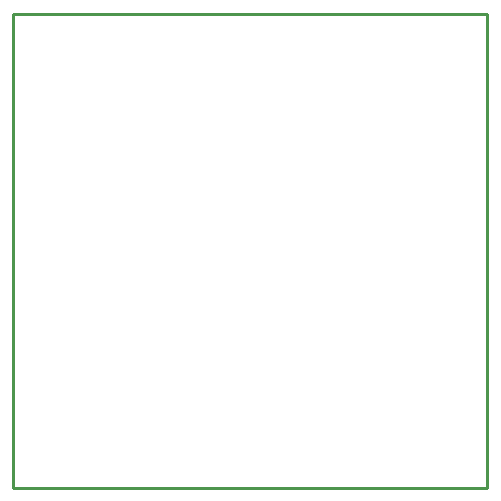
<source format=gbr>
G04 This is an RS-274x file exported by *
G04 gerbv version 2.6.0 *
G04 More information is available about gerbv at *
G04 http://gerbv.gpleda.org/ *
G04 --End of header info--*
%MOIN*%
%FSLAX34Y34*%
%IPPOS*%
%IN "TXB0108.pcb"*%
G04 --Define apertures--*
%ADD10C,0.0010*%
%ADD11C,0.0100*%
G04 --Start main section--*
G54D10*
G01X0012100Y0027900D02*
G01X0012100Y0027900D01*
G01X0027900Y0027900D02*
G01X0027900Y0027900D01*
G01X0027900Y0012100D02*
G01X0027900Y0012100D01*
G01X0027900Y0027900D02*
G01X0027900Y0027900D01*
G54D11*
G01X0012100Y0012100D02*
G01X0012100Y0027900D01*
G01X0012100Y0027900D02*
G01X0027900Y0027900D01*
G01X0027900Y0027900D02*
G01X0027900Y0012100D01*
G01X0027900Y0012100D02*
G01X0012100Y0012100D01*
M02*

</source>
